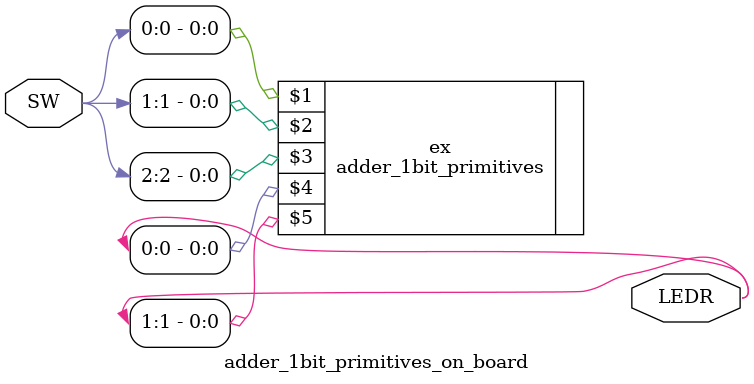
<source format=v>
module adder_1bit_primitives_on_board(
	input [0:2] SW, 
	output [0:1] LEDR);
	
	adder_1bit_primitives ex(SW[0], SW[1], SW[2], LEDR[0], LEDR[1]);
	
endmodule

</source>
